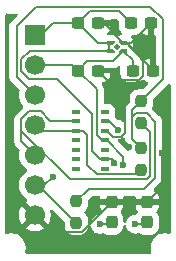
<source format=gbr>
%TF.GenerationSoftware,KiCad,Pcbnew,9.0.6*%
%TF.CreationDate,2026-02-16T11:15:55-08:00*%
%TF.ProjectId,sensor_ppg,73656e73-6f72-45f7-9070-672e6b696361,rev?*%
%TF.SameCoordinates,Original*%
%TF.FileFunction,Copper,L1,Top*%
%TF.FilePolarity,Positive*%
%FSLAX46Y46*%
G04 Gerber Fmt 4.6, Leading zero omitted, Abs format (unit mm)*
G04 Created by KiCad (PCBNEW 9.0.6) date 2026-02-16 11:15:55*
%MOMM*%
%LPD*%
G01*
G04 APERTURE LIST*
G04 Aperture macros list*
%AMRoundRect*
0 Rectangle with rounded corners*
0 $1 Rounding radius*
0 $2 $3 $4 $5 $6 $7 $8 $9 X,Y pos of 4 corners*
0 Add a 4 corners polygon primitive as box body*
4,1,4,$2,$3,$4,$5,$6,$7,$8,$9,$2,$3,0*
0 Add four circle primitives for the rounded corners*
1,1,$1+$1,$2,$3*
1,1,$1+$1,$4,$5*
1,1,$1+$1,$6,$7*
1,1,$1+$1,$8,$9*
0 Add four rect primitives between the rounded corners*
20,1,$1+$1,$2,$3,$4,$5,0*
20,1,$1+$1,$4,$5,$6,$7,0*
20,1,$1+$1,$6,$7,$8,$9,0*
20,1,$1+$1,$8,$9,$2,$3,0*%
%AMFreePoly0*
4,1,14,0.308336,0.143236,0.309800,0.139700,0.309800,-0.012700,0.308336,-0.016236,0.181336,-0.143236,0.177800,-0.144700,-0.304800,-0.144700,-0.308336,-0.143236,-0.309800,-0.139700,-0.309800,0.139700,-0.308336,0.143236,-0.304800,0.144700,0.304800,0.144700,0.308336,0.143236,0.308336,0.143236,$1*%
%AMFreePoly1*
4,1,14,0.181336,0.143236,0.308336,0.016236,0.309800,0.012700,0.309800,-0.139700,0.308336,-0.143236,0.304800,-0.144700,-0.304800,-0.144700,-0.308336,-0.143236,-0.309800,-0.139700,-0.309800,0.139700,-0.308336,0.143236,-0.304800,0.144700,0.177800,0.144700,0.181336,0.143236,0.181336,0.143236,$1*%
%AMFreePoly2*
4,1,14,0.308336,0.143236,0.309800,0.139700,0.309800,-0.139700,0.308336,-0.143236,0.304800,-0.144700,-0.304800,-0.144700,-0.308336,-0.143236,-0.309800,-0.139700,-0.309800,0.012700,-0.308336,0.016236,-0.181336,0.143236,-0.177800,0.144700,0.304800,0.144700,0.308336,0.143236,0.308336,0.143236,$1*%
%AMFreePoly3*
4,1,14,0.308336,0.143236,0.309800,0.139700,0.309800,-0.139700,0.308336,-0.143236,0.304800,-0.144700,-0.177800,-0.144700,-0.181336,-0.143236,-0.308336,-0.016236,-0.309800,-0.012700,-0.309800,0.139700,-0.308336,0.143236,-0.304800,0.144700,0.304800,0.144700,0.308336,0.143236,0.308336,0.143236,$1*%
%AMFreePoly4*
4,1,13,0.003536,0.282936,0.282936,0.003536,0.284400,0.000000,0.282936,-0.003536,0.003536,-0.282936,0.000000,-0.284400,-0.003536,-0.282936,-0.282936,-0.003536,-0.284400,0.000000,-0.282936,0.003536,-0.003536,0.282936,0.000000,0.284400,0.003536,0.282936,0.003536,0.282936,$1*%
G04 Aperture macros list end*
%TA.AperFunction,SMDPad,CuDef*%
%ADD10RoundRect,0.237500X0.237500X-0.250000X0.237500X0.250000X-0.237500X0.250000X-0.237500X-0.250000X0*%
%TD*%
%TA.AperFunction,SMDPad,CuDef*%
%ADD11RoundRect,0.237500X-0.300000X-0.237500X0.300000X-0.237500X0.300000X0.237500X-0.300000X0.237500X0*%
%TD*%
%TA.AperFunction,ComponentPad*%
%ADD12R,1.700000X1.700000*%
%TD*%
%TA.AperFunction,ComponentPad*%
%ADD13C,1.700000*%
%TD*%
%TA.AperFunction,SMDPad,CuDef*%
%ADD14RoundRect,0.237500X0.237500X-0.300000X0.237500X0.300000X-0.237500X0.300000X-0.237500X-0.300000X0*%
%TD*%
%TA.AperFunction,SMDPad,CuDef*%
%ADD15R,0.750000X0.350000*%
%TD*%
%TA.AperFunction,SMDPad,CuDef*%
%ADD16FreePoly0,180.000000*%
%TD*%
%TA.AperFunction,SMDPad,CuDef*%
%ADD17FreePoly1,180.000000*%
%TD*%
%TA.AperFunction,SMDPad,CuDef*%
%ADD18FreePoly2,180.000000*%
%TD*%
%TA.AperFunction,SMDPad,CuDef*%
%ADD19FreePoly3,180.000000*%
%TD*%
%TA.AperFunction,SMDPad,CuDef*%
%ADD20FreePoly4,180.000000*%
%TD*%
%TA.AperFunction,ViaPad*%
%ADD21C,0.600000*%
%TD*%
%TA.AperFunction,Conductor*%
%ADD22C,0.200000*%
%TD*%
G04 APERTURE END LIST*
D10*
%TO.P,R2,1*%
%TO.N,/SDA*%
X133000000Y-92912500D03*
%TO.P,R2,2*%
%TO.N,/VDDIO*%
X133000000Y-91087500D03*
%TD*%
%TO.P,R1,1*%
%TO.N,/SCL*%
X133000000Y-88912500D03*
%TO.P,R1,2*%
%TO.N,/VDDIO*%
X133000000Y-87087500D03*
%TD*%
D11*
%TO.P,C1,1*%
%TO.N,+3.3V*%
X127637500Y-80500000D03*
%TO.P,C1,2*%
%TO.N,GND*%
X129362500Y-80500000D03*
%TD*%
D12*
%TO.P,J1,1,Pin_1*%
%TO.N,+3.3V*%
X124000000Y-81500000D03*
D13*
%TO.P,J1,2,Pin_2*%
%TO.N,+1V8*%
X124000000Y-84040000D03*
%TO.P,J1,3,Pin_3*%
%TO.N,/VDDIO*%
X124000000Y-86580000D03*
%TO.P,J1,4,Pin_4*%
%TO.N,/SDA*%
X124000000Y-89120000D03*
%TO.P,J1,5,Pin_5*%
%TO.N,/SCL*%
X124000000Y-91660000D03*
%TO.P,J1,6,Pin_6*%
%TO.N,/INT*%
X124000000Y-94200000D03*
%TO.P,J1,7,Pin_7*%
%TO.N,GND*%
X124000000Y-96740000D03*
%TD*%
D10*
%TO.P,R3,1*%
%TO.N,/INT*%
X127500000Y-97412500D03*
%TO.P,R3,2*%
%TO.N,/VDDIO*%
X127500000Y-95587500D03*
%TD*%
D14*
%TO.P,C6,1*%
%TO.N,+1V8*%
X133500000Y-97362500D03*
%TO.P,C6,2*%
%TO.N,GND*%
X133500000Y-95637500D03*
%TD*%
D11*
%TO.P,C2,1*%
%TO.N,+3.3V*%
X132137500Y-80500000D03*
%TO.P,C2,2*%
%TO.N,GND*%
X133862500Y-80500000D03*
%TD*%
%TO.P,C3,1*%
%TO.N,+1V8*%
X127637500Y-84500000D03*
%TO.P,C3,2*%
%TO.N,GND*%
X129362500Y-84500000D03*
%TD*%
D15*
%TO.P,U1,1*%
%TO.N,N/C*%
X127500000Y-88000000D03*
%TO.P,U1,2,SCL*%
%TO.N,/SCL*%
X127500000Y-88800000D03*
%TO.P,U1,3,SDA*%
%TO.N,/SDA*%
X127500000Y-89600000D03*
%TO.P,U1,4,PGND*%
%TO.N,unconnected-(U1-PGND-Pad4)*%
X127500000Y-90400000D03*
%TO.P,U1,5*%
%TO.N,N/C*%
X127500000Y-91200000D03*
%TO.P,U1,6*%
X127500000Y-92000000D03*
%TO.P,U1,7*%
X127500000Y-92800000D03*
%TO.P,U1,8*%
X129900000Y-92800000D03*
%TO.P,U1,9,VLED+*%
%TO.N,+3.3V*%
X129900000Y-92000000D03*
%TO.P,U1,10,VLED+__1*%
%TO.N,unconnected-(U1-VLED+__1-Pad10)*%
X129900000Y-91200000D03*
%TO.P,U1,11,VDD*%
%TO.N,+1V8*%
X129900000Y-90400000D03*
%TO.P,U1,12,GND*%
%TO.N,GND*%
X129900000Y-89600000D03*
%TO.P,U1,13,~{INT}*%
%TO.N,/INT*%
X129900000Y-88800000D03*
%TO.P,U1,14*%
%TO.N,N/C*%
X129900000Y-88000000D03*
%TD*%
D16*
%TO.P,U2,1,VOUT*%
%TO.N,+1V8*%
X131500000Y-82812500D03*
D17*
%TO.P,U2,2,GND*%
%TO.N,GND*%
X131500000Y-82187500D03*
D18*
%TO.P,U2,3,EN*%
%TO.N,+3.3V*%
X130458600Y-82187500D03*
D19*
%TO.P,U2,4,VIN*%
X130458600Y-82812500D03*
D20*
%TO.P,U2,EP,EXP*%
%TO.N,unconnected-(U2-EXP-PadEP)*%
X130979300Y-82500000D03*
%TD*%
D14*
%TO.P,C5,1*%
%TO.N,+3.3V*%
X130500000Y-97362500D03*
%TO.P,C5,2*%
%TO.N,GND*%
X130500000Y-95637500D03*
%TD*%
D11*
%TO.P,C4,1*%
%TO.N,+1V8*%
X132275000Y-84500000D03*
%TO.P,C4,2*%
%TO.N,GND*%
X134000000Y-84500000D03*
%TD*%
D21*
%TO.N,/INT*%
X125500000Y-93500000D03*
X131000000Y-89500000D03*
%TO.N,+3.3V*%
X129508332Y-97508332D03*
X130711061Y-92367416D03*
%TO.N,+1V8*%
X132500000Y-97500000D03*
X131500000Y-92500000D03*
%TO.N,GND*%
X134777000Y-91500000D03*
X132000000Y-91000000D03*
%TD*%
D22*
%TO.N,/SCL*%
X122849000Y-88643240D02*
X122849000Y-89596760D01*
X133776000Y-89688500D02*
X133000000Y-88912500D01*
X125307760Y-88800000D02*
X124476760Y-87969000D01*
X133776000Y-93392134D02*
X133776000Y-89688500D01*
X123523240Y-87969000D02*
X122849000Y-88643240D01*
X122849000Y-89596760D02*
X126953240Y-93701000D01*
X127500000Y-88800000D02*
X125307760Y-88800000D01*
X124000000Y-91660000D02*
X122849000Y-90509000D01*
X124476760Y-87969000D02*
X123523240Y-87969000D01*
X122849000Y-90509000D02*
X122849000Y-88643240D01*
X133467134Y-93701000D02*
X133776000Y-93392134D01*
X126953240Y-93701000D02*
X133467134Y-93701000D01*
%TO.N,/SDA*%
X128422000Y-89922000D02*
X128422000Y-92474000D01*
X124000000Y-89120000D02*
X124480000Y-89600000D01*
X124480000Y-89600000D02*
X127500000Y-89600000D01*
X128100000Y-89600000D02*
X128422000Y-89922000D01*
X128422000Y-92474000D02*
X129224000Y-93276000D01*
X127500000Y-89600000D02*
X128100000Y-89600000D01*
X129224000Y-93276000D02*
X132636500Y-93276000D01*
X132636500Y-93276000D02*
X133000000Y-92912500D01*
%TO.N,/INT*%
X131000000Y-89500000D02*
X130300000Y-88800000D01*
X124287500Y-94200000D02*
X127500000Y-97412500D01*
X124000000Y-94200000D02*
X124287500Y-94200000D01*
X124000000Y-94200000D02*
X124800000Y-94200000D01*
X124800000Y-94200000D02*
X125500000Y-93500000D01*
X130300000Y-88800000D02*
X129900000Y-88800000D01*
%TO.N,/VDDIO*%
X122448000Y-80750000D02*
X124099000Y-79099000D01*
X133000000Y-91087500D02*
X132224000Y-90311500D01*
X132532866Y-88124000D02*
X133467134Y-88124000D01*
X124099000Y-79099000D02*
X133767134Y-79099000D01*
X134838500Y-80170366D02*
X134838500Y-85249000D01*
X124000000Y-86580000D02*
X122448000Y-85028000D01*
X134177000Y-93558234D02*
X133235234Y-94500000D01*
X132224000Y-87863500D02*
X132224000Y-90311500D01*
X132224000Y-88432866D02*
X132532866Y-88124000D01*
X122448000Y-85028000D02*
X122448000Y-80750000D01*
X128587500Y-94500000D02*
X127500000Y-95587500D01*
X133467134Y-88124000D02*
X134177000Y-88833866D01*
X134838500Y-85249000D02*
X133000000Y-87087500D01*
X133235234Y-94500000D02*
X128587500Y-94500000D01*
X133767134Y-79099000D02*
X134838500Y-80170366D01*
X133000000Y-87087500D02*
X132224000Y-87863500D01*
X134177000Y-88833866D02*
X134177000Y-93558234D01*
X132224000Y-90311500D02*
X132224000Y-88432866D01*
%TO.N,+3.3V*%
X128823000Y-91275000D02*
X129548000Y-92000000D01*
X123599740Y-82812500D02*
X122849000Y-83563240D01*
X130458600Y-82812500D02*
X123599740Y-82812500D01*
X130303900Y-82342200D02*
X130458600Y-82187500D01*
X130458600Y-82812500D02*
X130303900Y-82657800D01*
X124500000Y-81500000D02*
X125500000Y-80500000D01*
X129900000Y-92000000D02*
X130500000Y-92000000D01*
X129508332Y-97508332D02*
X130354168Y-97508332D01*
X122849000Y-84516760D02*
X123523240Y-85191000D01*
X124000000Y-81500000D02*
X124500000Y-81500000D01*
X128637500Y-79500000D02*
X127637500Y-80500000D01*
X130354168Y-97508332D02*
X130500000Y-97362500D01*
X130500000Y-92000000D02*
X130899000Y-92399000D01*
X131137500Y-79500000D02*
X128637500Y-79500000D01*
X125843000Y-85191000D02*
X128823000Y-88171000D01*
X132137500Y-80500000D02*
X131137500Y-79500000D01*
X130899000Y-92500000D02*
X130843645Y-92500000D01*
X127637500Y-80500000D02*
X129325000Y-82187500D01*
X128823000Y-88171000D02*
X128823000Y-91275000D01*
X130843645Y-92500000D02*
X130711061Y-92367416D01*
X130899000Y-92399000D02*
X130899000Y-92500000D01*
X129325000Y-82187500D02*
X130458600Y-82187500D01*
X130303900Y-82657800D02*
X130303900Y-82342200D01*
X122849000Y-83563240D02*
X122849000Y-84516760D01*
X125500000Y-80500000D02*
X127637500Y-80500000D01*
X129548000Y-92000000D02*
X129900000Y-92000000D01*
X123523240Y-85191000D02*
X125843000Y-85191000D01*
%TO.N,+1V8*%
X127637500Y-84500000D02*
X129224000Y-86086500D01*
X128413500Y-83724000D02*
X130588500Y-83724000D01*
X127177500Y-84040000D02*
X127637500Y-84500000D01*
X127637500Y-84500000D02*
X128413500Y-83724000D01*
X129224000Y-86086500D02*
X129224000Y-89924000D01*
X132275000Y-84500000D02*
X132275000Y-83587500D01*
X130588500Y-83724000D02*
X131500000Y-82812500D01*
X132500000Y-97500000D02*
X133362500Y-97500000D01*
X129700000Y-90400000D02*
X129900000Y-90400000D01*
X131500000Y-91800000D02*
X131500000Y-92500000D01*
X132275000Y-83587500D02*
X131500000Y-82812500D01*
X124000000Y-84040000D02*
X127177500Y-84040000D01*
X129224000Y-89924000D02*
X129700000Y-90400000D01*
X133362500Y-97500000D02*
X133500000Y-97362500D01*
X129900000Y-90400000D02*
X130100000Y-90400000D01*
X130100000Y-90400000D02*
X131500000Y-91800000D01*
%TO.N,GND*%
X131765854Y-82187500D02*
X133113500Y-83535146D01*
X132804634Y-85276000D02*
X130138500Y-85276000D01*
X133862500Y-80500000D02*
X132175000Y-82187500D01*
X134777000Y-94360500D02*
X134777000Y-91500000D01*
X132175000Y-82187500D02*
X132000000Y-82187500D01*
X133113500Y-83535146D02*
X133113500Y-84967134D01*
X132000000Y-82187500D02*
X131500000Y-82187500D01*
X132000000Y-91000000D02*
X132000000Y-90852057D01*
X131601000Y-89748943D02*
X131601000Y-86479634D01*
X132000000Y-82421646D02*
X132000000Y-82187500D01*
X124000000Y-96740000D02*
X125461000Y-98201000D01*
X134000000Y-84500000D02*
X134000000Y-84421646D01*
X129812500Y-80500000D02*
X131500000Y-82187500D01*
X125461000Y-98201000D02*
X127967134Y-98201000D01*
X130601000Y-90101000D02*
X131248943Y-90101000D01*
X131601000Y-86479634D02*
X132804634Y-85276000D01*
X133113500Y-84967134D02*
X132804634Y-85276000D01*
X130500000Y-95668134D02*
X130500000Y-95637500D01*
X134000000Y-84421646D02*
X132000000Y-82421646D01*
X127967134Y-98201000D02*
X130500000Y-95668134D01*
X132000000Y-90852057D02*
X131248943Y-90101000D01*
X129900000Y-89600000D02*
X130100000Y-89600000D01*
X133500000Y-95637500D02*
X130500000Y-95637500D01*
X130100000Y-89600000D02*
X130601000Y-90101000D01*
X131500000Y-82187500D02*
X131765854Y-82187500D01*
X130138500Y-85276000D02*
X129362500Y-84500000D01*
X131248943Y-90101000D02*
X131601000Y-89748943D01*
X129362500Y-80500000D02*
X129812500Y-80500000D01*
X133500000Y-95637500D02*
X134777000Y-94360500D01*
%TD*%
%TA.AperFunction,Conductor*%
%TO.N,GND*%
G36*
X122496148Y-79684761D02*
G01*
X122526977Y-79747462D01*
X122519013Y-79816876D01*
X122492474Y-79856289D01*
X122079286Y-80269478D01*
X121967481Y-80381282D01*
X121967479Y-80381285D01*
X121917361Y-80468094D01*
X121917359Y-80468096D01*
X121888425Y-80518209D01*
X121888424Y-80518210D01*
X121888423Y-80518215D01*
X121847499Y-80670943D01*
X121847499Y-80670945D01*
X121847499Y-80839046D01*
X121847500Y-80839059D01*
X121847500Y-84941330D01*
X121847499Y-84941348D01*
X121847499Y-85107054D01*
X121847498Y-85107054D01*
X121888422Y-85259781D01*
X121888425Y-85259789D01*
X121894356Y-85270061D01*
X121967477Y-85396712D01*
X121967481Y-85396717D01*
X122086349Y-85515585D01*
X122086355Y-85515590D01*
X122666241Y-86095476D01*
X122699726Y-86156799D01*
X122696492Y-86221473D01*
X122682753Y-86263757D01*
X122664873Y-86376650D01*
X122649500Y-86473713D01*
X122649500Y-86686287D01*
X122682754Y-86896243D01*
X122698804Y-86945641D01*
X122748444Y-87098414D01*
X122844951Y-87287820D01*
X122969890Y-87459786D01*
X122988873Y-87478769D01*
X123022358Y-87540092D01*
X123017374Y-87609784D01*
X122988873Y-87654131D01*
X122368481Y-88274522D01*
X122368479Y-88274525D01*
X122325781Y-88348482D01*
X122325780Y-88348483D01*
X122289423Y-88411454D01*
X122289423Y-88411455D01*
X122248499Y-88564183D01*
X122248499Y-88564185D01*
X122248499Y-88732286D01*
X122248500Y-88732299D01*
X122248500Y-89517699D01*
X122248499Y-89517703D01*
X122248499Y-89675817D01*
X122248500Y-89675820D01*
X122248500Y-90422330D01*
X122248499Y-90422348D01*
X122248499Y-90588054D01*
X122248498Y-90588054D01*
X122289424Y-90740789D01*
X122289425Y-90740790D01*
X122305548Y-90768715D01*
X122305549Y-90768716D01*
X122368477Y-90877712D01*
X122368481Y-90877717D01*
X122487349Y-90996585D01*
X122487355Y-90996590D01*
X122666241Y-91175476D01*
X122699726Y-91236799D01*
X122696492Y-91301473D01*
X122682753Y-91343757D01*
X122649500Y-91553713D01*
X122649500Y-91766286D01*
X122667361Y-91879060D01*
X122682754Y-91976243D01*
X122729730Y-92120821D01*
X122748444Y-92178414D01*
X122844951Y-92367820D01*
X122969890Y-92539786D01*
X123120213Y-92690109D01*
X123292182Y-92815050D01*
X123300946Y-92819516D01*
X123351742Y-92867491D01*
X123368536Y-92935312D01*
X123345998Y-93001447D01*
X123300946Y-93040484D01*
X123292182Y-93044949D01*
X123120213Y-93169890D01*
X122969890Y-93320213D01*
X122844951Y-93492179D01*
X122748444Y-93681585D01*
X122682753Y-93883760D01*
X122649500Y-94093713D01*
X122649500Y-94306286D01*
X122682043Y-94511759D01*
X122682754Y-94516243D01*
X122741405Y-94696752D01*
X122748444Y-94718414D01*
X122844951Y-94907820D01*
X122969890Y-95079786D01*
X123120213Y-95230109D01*
X123292179Y-95355048D01*
X123292181Y-95355049D01*
X123292184Y-95355051D01*
X123301493Y-95359794D01*
X123352290Y-95407766D01*
X123369087Y-95475587D01*
X123346552Y-95541722D01*
X123301505Y-95580760D01*
X123292446Y-95585376D01*
X123292440Y-95585380D01*
X123238282Y-95624727D01*
X123238282Y-95624728D01*
X123870591Y-96257037D01*
X123807007Y-96274075D01*
X123692993Y-96339901D01*
X123599901Y-96432993D01*
X123534075Y-96547007D01*
X123517037Y-96610591D01*
X122884728Y-95978282D01*
X122884727Y-95978282D01*
X122845380Y-96032439D01*
X122748904Y-96221782D01*
X122683242Y-96423869D01*
X122683242Y-96423872D01*
X122650000Y-96633753D01*
X122650000Y-96846246D01*
X122683242Y-97056127D01*
X122683242Y-97056130D01*
X122748904Y-97258217D01*
X122845375Y-97447550D01*
X122884728Y-97501716D01*
X123517037Y-96869408D01*
X123534075Y-96932993D01*
X123599901Y-97047007D01*
X123692993Y-97140099D01*
X123807007Y-97205925D01*
X123870590Y-97222962D01*
X123238282Y-97855269D01*
X123238282Y-97855270D01*
X123292449Y-97894624D01*
X123481782Y-97991095D01*
X123683870Y-98056757D01*
X123893754Y-98090000D01*
X124106246Y-98090000D01*
X124316127Y-98056757D01*
X124316130Y-98056757D01*
X124518217Y-97991095D01*
X124707554Y-97894622D01*
X124761716Y-97855270D01*
X124761717Y-97855270D01*
X124129408Y-97222962D01*
X124192993Y-97205925D01*
X124307007Y-97140099D01*
X124400099Y-97047007D01*
X124465925Y-96932993D01*
X124482962Y-96869408D01*
X125115270Y-97501717D01*
X125115270Y-97501716D01*
X125154622Y-97447554D01*
X125251095Y-97258217D01*
X125316757Y-97056130D01*
X125316757Y-97056127D01*
X125350000Y-96846246D01*
X125350000Y-96633753D01*
X125316758Y-96423873D01*
X125310131Y-96403478D01*
X125308135Y-96333637D01*
X125344215Y-96273804D01*
X125406916Y-96242975D01*
X125476330Y-96250939D01*
X125515743Y-96277478D01*
X126488181Y-97249916D01*
X126521666Y-97311239D01*
X126524500Y-97337597D01*
X126524500Y-97711669D01*
X126524501Y-97711687D01*
X126534825Y-97812752D01*
X126571109Y-97922249D01*
X126589092Y-97976516D01*
X126679660Y-98123350D01*
X126801650Y-98245340D01*
X126948484Y-98335908D01*
X127112247Y-98390174D01*
X127213323Y-98400500D01*
X127786676Y-98400499D01*
X127786684Y-98400498D01*
X127786687Y-98400498D01*
X127842030Y-98394844D01*
X127887753Y-98390174D01*
X128051516Y-98335908D01*
X128198350Y-98245340D01*
X128320340Y-98123350D01*
X128410908Y-97976516D01*
X128465174Y-97812753D01*
X128475500Y-97711677D01*
X128475499Y-97678154D01*
X128495182Y-97611118D01*
X128547984Y-97565362D01*
X128617143Y-97555417D01*
X128680699Y-97584440D01*
X128718475Y-97643217D01*
X128721116Y-97653962D01*
X128738594Y-97741824D01*
X128738596Y-97741833D01*
X128798934Y-97887504D01*
X128798941Y-97887517D01*
X128886542Y-98018620D01*
X128886545Y-98018624D01*
X128998039Y-98130118D01*
X128998043Y-98130121D01*
X129129146Y-98217722D01*
X129129159Y-98217729D01*
X129254722Y-98269738D01*
X129274835Y-98278069D01*
X129413840Y-98305719D01*
X129429485Y-98308831D01*
X129429488Y-98308832D01*
X129429490Y-98308832D01*
X129587176Y-98308832D01*
X129587177Y-98308831D01*
X129741829Y-98278069D01*
X129750774Y-98274363D01*
X129820240Y-98266891D01*
X129863327Y-98283382D01*
X129948484Y-98335908D01*
X130112247Y-98390174D01*
X130213323Y-98400500D01*
X130786676Y-98400499D01*
X130786684Y-98400498D01*
X130786687Y-98400498D01*
X130842030Y-98394844D01*
X130887753Y-98390174D01*
X131051516Y-98335908D01*
X131198350Y-98245340D01*
X131320340Y-98123350D01*
X131410908Y-97976516D01*
X131465174Y-97812753D01*
X131475500Y-97711677D01*
X131475499Y-97711664D01*
X131475660Y-97708529D01*
X131475820Y-97708537D01*
X131475821Y-97708536D01*
X131475844Y-97708538D01*
X131476432Y-97708568D01*
X131495162Y-97644705D01*
X131547951Y-97598933D01*
X131617107Y-97588967D01*
X131680672Y-97617972D01*
X131718465Y-97676738D01*
X131721116Y-97687517D01*
X131730262Y-97733494D01*
X131730264Y-97733501D01*
X131790602Y-97879172D01*
X131790609Y-97879185D01*
X131878210Y-98010288D01*
X131878213Y-98010292D01*
X131989707Y-98121786D01*
X131989711Y-98121789D01*
X132120814Y-98209390D01*
X132120827Y-98209397D01*
X132219085Y-98250096D01*
X132266503Y-98269737D01*
X132362902Y-98288912D01*
X132421153Y-98300499D01*
X132421156Y-98300500D01*
X132421158Y-98300500D01*
X132578844Y-98300500D01*
X132578845Y-98300499D01*
X132733497Y-98269737D01*
X132739344Y-98267314D01*
X132808812Y-98259842D01*
X132851897Y-98276333D01*
X132948484Y-98335908D01*
X133112247Y-98390174D01*
X133213323Y-98400500D01*
X133786676Y-98400499D01*
X133786684Y-98400498D01*
X133786687Y-98400498D01*
X133842030Y-98394844D01*
X133887753Y-98390174D01*
X134051516Y-98335908D01*
X134198350Y-98245340D01*
X134320340Y-98123350D01*
X134410908Y-97976516D01*
X134465174Y-97812753D01*
X134475500Y-97711677D01*
X134475499Y-97013324D01*
X134465174Y-96912247D01*
X134410908Y-96748484D01*
X134320340Y-96601650D01*
X134306017Y-96587327D01*
X134272532Y-96526004D01*
X134277516Y-96456312D01*
X134306021Y-96411960D01*
X134319947Y-96398035D01*
X134410448Y-96251311D01*
X134410453Y-96251300D01*
X134464680Y-96087652D01*
X134474999Y-95986654D01*
X134475000Y-95986641D01*
X134475000Y-95887500D01*
X132525001Y-95887500D01*
X132525001Y-95986654D01*
X132535319Y-96087652D01*
X132589546Y-96251300D01*
X132589551Y-96251311D01*
X132680052Y-96398034D01*
X132680055Y-96398038D01*
X132693982Y-96411965D01*
X132727467Y-96473288D01*
X132722483Y-96542980D01*
X132705933Y-96573466D01*
X132700467Y-96580842D01*
X132679660Y-96601650D01*
X132652868Y-96645085D01*
X132649731Y-96649320D01*
X132625900Y-96667343D01*
X132603690Y-96687321D01*
X132597681Y-96688686D01*
X132594005Y-96691467D01*
X132581105Y-96692453D01*
X132550099Y-96699500D01*
X132421155Y-96699500D01*
X132266510Y-96730261D01*
X132266498Y-96730264D01*
X132120827Y-96790602D01*
X132120814Y-96790609D01*
X131989711Y-96878210D01*
X131989707Y-96878213D01*
X131878213Y-96989707D01*
X131878210Y-96989711D01*
X131790609Y-97120814D01*
X131790602Y-97120827D01*
X131730264Y-97266498D01*
X131730261Y-97266507D01*
X131721116Y-97312484D01*
X131688730Y-97374394D01*
X131628014Y-97408968D01*
X131558245Y-97405227D01*
X131501573Y-97364360D01*
X131475992Y-97299342D01*
X131475499Y-97288291D01*
X131475499Y-97013330D01*
X131475498Y-97013312D01*
X131465174Y-96912247D01*
X131453896Y-96878213D01*
X131410908Y-96748484D01*
X131320340Y-96601650D01*
X131306017Y-96587327D01*
X131272532Y-96526004D01*
X131277516Y-96456312D01*
X131306021Y-96411960D01*
X131319947Y-96398035D01*
X131410448Y-96251311D01*
X131410453Y-96251300D01*
X131464680Y-96087652D01*
X131474999Y-95986654D01*
X131475000Y-95986641D01*
X131475000Y-95887500D01*
X129525001Y-95887500D01*
X129525001Y-95986654D01*
X129535319Y-96087652D01*
X129589546Y-96251300D01*
X129589551Y-96251311D01*
X129680052Y-96398034D01*
X129680055Y-96398038D01*
X129693982Y-96411965D01*
X129727467Y-96473288D01*
X129722483Y-96542980D01*
X129706519Y-96572669D01*
X129700820Y-96580489D01*
X129679660Y-96601650D01*
X129647990Y-96652993D01*
X129645177Y-96656855D01*
X129621118Y-96675354D01*
X129598549Y-96695654D01*
X129593111Y-96696889D01*
X129589788Y-96699445D01*
X129577177Y-96700510D01*
X129544959Y-96707832D01*
X129429487Y-96707832D01*
X129274842Y-96738593D01*
X129274830Y-96738596D01*
X129129159Y-96798934D01*
X129129146Y-96798941D01*
X128998043Y-96886542D01*
X128998039Y-96886545D01*
X128886545Y-96998039D01*
X128886542Y-96998043D01*
X128798941Y-97129146D01*
X128798934Y-97129159D01*
X128738596Y-97274830D01*
X128738593Y-97274840D01*
X128721116Y-97362703D01*
X128688731Y-97424614D01*
X128628015Y-97459188D01*
X128558245Y-97455447D01*
X128501574Y-97414581D01*
X128475992Y-97349562D01*
X128475499Y-97338511D01*
X128475499Y-97113330D01*
X128475498Y-97113312D01*
X128465174Y-97012247D01*
X128457705Y-96989707D01*
X128410908Y-96848484D01*
X128320340Y-96701650D01*
X128206371Y-96587681D01*
X128172886Y-96526358D01*
X128177870Y-96456666D01*
X128206371Y-96412319D01*
X128229598Y-96389092D01*
X128320340Y-96298350D01*
X128410908Y-96151516D01*
X128465174Y-95987753D01*
X128475500Y-95886677D01*
X128475499Y-95512595D01*
X128495183Y-95445557D01*
X128511809Y-95424924D01*
X128799917Y-95136816D01*
X128861239Y-95103334D01*
X128887597Y-95100500D01*
X129406878Y-95100500D01*
X129473917Y-95120185D01*
X129519672Y-95172989D01*
X129530236Y-95237103D01*
X129525000Y-95288345D01*
X129525000Y-95387500D01*
X131474999Y-95387500D01*
X131474999Y-95288360D01*
X131474998Y-95288347D01*
X131469763Y-95237103D01*
X131482532Y-95168410D01*
X131530412Y-95117525D01*
X131593121Y-95100500D01*
X132406878Y-95100500D01*
X132473917Y-95120185D01*
X132519672Y-95172989D01*
X132530236Y-95237103D01*
X132525000Y-95288345D01*
X132525000Y-95387500D01*
X134474999Y-95387500D01*
X134474999Y-95288360D01*
X134474998Y-95288345D01*
X134464680Y-95187347D01*
X134410453Y-95023699D01*
X134410448Y-95023688D01*
X134319947Y-94876965D01*
X134319944Y-94876961D01*
X134198037Y-94755054D01*
X134103516Y-94696752D01*
X134056792Y-94644804D01*
X134045571Y-94575841D01*
X134073415Y-94511759D01*
X134080911Y-94503556D01*
X134535506Y-94048962D01*
X134535511Y-94048958D01*
X134545714Y-94038754D01*
X134545716Y-94038754D01*
X134657520Y-93926950D01*
X134726121Y-93808129D01*
X134726122Y-93808128D01*
X134730364Y-93800779D01*
X134736577Y-93790019D01*
X134777500Y-93637292D01*
X134777500Y-93479177D01*
X134777500Y-88754809D01*
X134769379Y-88724500D01*
X134736577Y-88602081D01*
X134688898Y-88519499D01*
X134657520Y-88465150D01*
X134545716Y-88353346D01*
X134541385Y-88349015D01*
X134541374Y-88349005D01*
X133954717Y-87762348D01*
X133948302Y-87755932D01*
X133940888Y-87742352D01*
X133940886Y-87742349D01*
X133930838Y-87723944D01*
X133914824Y-87694616D01*
X133914824Y-87694611D01*
X133914822Y-87694607D01*
X133914831Y-87694474D01*
X133918283Y-87629257D01*
X133965174Y-87487753D01*
X133975500Y-87386677D01*
X133975499Y-87012596D01*
X133995183Y-86945558D01*
X134011813Y-86924921D01*
X135287821Y-85648914D01*
X135349142Y-85615431D01*
X135418834Y-85620415D01*
X135474767Y-85662287D01*
X135499184Y-85727751D01*
X135499500Y-85736597D01*
X135499500Y-98221873D01*
X135479815Y-98288912D01*
X135427011Y-98334667D01*
X135357853Y-98344611D01*
X135337183Y-98339804D01*
X135282782Y-98322128D01*
X135282780Y-98322127D01*
X135282778Y-98322127D01*
X135095046Y-98292393D01*
X135095041Y-98292393D01*
X134904959Y-98292393D01*
X134904954Y-98292393D01*
X134717221Y-98322127D01*
X134536437Y-98380868D01*
X134367075Y-98467162D01*
X134279339Y-98530906D01*
X134213297Y-98578889D01*
X134213295Y-98578891D01*
X134213294Y-98578891D01*
X134078891Y-98713294D01*
X134078891Y-98713295D01*
X134078889Y-98713297D01*
X134030906Y-98779339D01*
X133967162Y-98867075D01*
X133880868Y-99036437D01*
X133822127Y-99217221D01*
X133792393Y-99404953D01*
X133792393Y-99595046D01*
X133822127Y-99782778D01*
X133822127Y-99782779D01*
X133839804Y-99837182D01*
X133841799Y-99907023D01*
X133805719Y-99966856D01*
X133743018Y-99997684D01*
X133721873Y-99999500D01*
X123278127Y-99999500D01*
X123211088Y-99979815D01*
X123165333Y-99927011D01*
X123155389Y-99857853D01*
X123160196Y-99837182D01*
X123165854Y-99819769D01*
X123177872Y-99782782D01*
X123195452Y-99671787D01*
X123207607Y-99595046D01*
X123207607Y-99404953D01*
X123177872Y-99217221D01*
X123177872Y-99217218D01*
X123119133Y-99036440D01*
X123032838Y-98867076D01*
X122921111Y-98713297D01*
X122786703Y-98578889D01*
X122632924Y-98467162D01*
X122463560Y-98380867D01*
X122282782Y-98322128D01*
X122282780Y-98322127D01*
X122282778Y-98322127D01*
X122095046Y-98292393D01*
X122095041Y-98292393D01*
X121904959Y-98292393D01*
X121904954Y-98292393D01*
X121717221Y-98322127D01*
X121717220Y-98322127D01*
X121680439Y-98334078D01*
X121662817Y-98339804D01*
X121592977Y-98341799D01*
X121533144Y-98305719D01*
X121502316Y-98243018D01*
X121500500Y-98221873D01*
X121500500Y-79778126D01*
X121520185Y-79711087D01*
X121572989Y-79665332D01*
X121642147Y-79655388D01*
X121662811Y-79660193D01*
X121717218Y-79677872D01*
X121787620Y-79689022D01*
X121904954Y-79707607D01*
X121904959Y-79707607D01*
X122095046Y-79707607D01*
X122282776Y-79677873D01*
X122282776Y-79677872D01*
X122282782Y-79677872D01*
X122366479Y-79650676D01*
X122436315Y-79648681D01*
X122496148Y-79684761D01*
G37*
%TD.AperFunction*%
%TA.AperFunction,Conductor*%
G36*
X131564665Y-90172636D02*
G01*
X131611355Y-90224614D01*
X131623499Y-90278132D01*
X131623499Y-90390554D01*
X131623498Y-90390554D01*
X131654150Y-90504949D01*
X131664423Y-90543285D01*
X131686316Y-90581204D01*
X131710373Y-90622872D01*
X131743479Y-90680214D01*
X131743481Y-90680217D01*
X131862349Y-90799085D01*
X131862355Y-90799090D01*
X131988181Y-90924916D01*
X132021666Y-90986239D01*
X132024500Y-91012597D01*
X132024500Y-91175903D01*
X132004815Y-91242942D01*
X131952011Y-91288697D01*
X131882853Y-91298641D01*
X131819297Y-91269616D01*
X131812819Y-91263584D01*
X131051786Y-90502551D01*
X131018301Y-90441228D01*
X131023285Y-90371536D01*
X131065157Y-90315603D01*
X131115276Y-90293253D01*
X131168001Y-90282765D01*
X131233497Y-90269737D01*
X131379179Y-90209394D01*
X131379184Y-90209390D01*
X131379187Y-90209389D01*
X131430607Y-90175031D01*
X131497284Y-90154152D01*
X131564665Y-90172636D01*
G37*
%TD.AperFunction*%
%TA.AperFunction,Conductor*%
G36*
X131129401Y-84105990D02*
G01*
X131156333Y-84107916D01*
X131163098Y-84112980D01*
X131171376Y-84114698D01*
X131190653Y-84133607D01*
X131212267Y-84149787D01*
X131215220Y-84157705D01*
X131221255Y-84163625D01*
X131227248Y-84189954D01*
X131236684Y-84215251D01*
X131237000Y-84224098D01*
X131237000Y-84786669D01*
X131237001Y-84786687D01*
X131247325Y-84887752D01*
X131267601Y-84948939D01*
X131301592Y-85051516D01*
X131392160Y-85198350D01*
X131514150Y-85320340D01*
X131660984Y-85410908D01*
X131824747Y-85465174D01*
X131925823Y-85475500D01*
X132624176Y-85475499D01*
X132624184Y-85475498D01*
X132624187Y-85475498D01*
X132679530Y-85469844D01*
X132725253Y-85465174D01*
X132889016Y-85410908D01*
X133035850Y-85320340D01*
X133050171Y-85306018D01*
X133111489Y-85272533D01*
X133181181Y-85277514D01*
X133225534Y-85306017D01*
X133239461Y-85319944D01*
X133239465Y-85319947D01*
X133386188Y-85410448D01*
X133386199Y-85410453D01*
X133527067Y-85457132D01*
X133584512Y-85496904D01*
X133611335Y-85561420D01*
X133599020Y-85630196D01*
X133575744Y-85662519D01*
X133175082Y-86063181D01*
X133113759Y-86096666D01*
X133087401Y-86099500D01*
X132713330Y-86099500D01*
X132713312Y-86099501D01*
X132612247Y-86109825D01*
X132448484Y-86164092D01*
X132448481Y-86164093D01*
X132301648Y-86254661D01*
X132179661Y-86376648D01*
X132089093Y-86523481D01*
X132089092Y-86523484D01*
X132034826Y-86687247D01*
X132034826Y-86687248D01*
X132034825Y-86687248D01*
X132024500Y-86788315D01*
X132024500Y-87162401D01*
X132015854Y-87191844D01*
X132009332Y-87221827D01*
X132005577Y-87226842D01*
X132004815Y-87229440D01*
X131988185Y-87250077D01*
X131855286Y-87382978D01*
X131855285Y-87382978D01*
X131855284Y-87382979D01*
X131743479Y-87494784D01*
X131727123Y-87523116D01*
X131716191Y-87542051D01*
X131664423Y-87631715D01*
X131623499Y-87784443D01*
X131623499Y-87784445D01*
X131623499Y-87952546D01*
X131623500Y-87952559D01*
X131623500Y-88353805D01*
X131623499Y-88353809D01*
X131623499Y-88511923D01*
X131623500Y-88511926D01*
X131623500Y-88721867D01*
X131603815Y-88788906D01*
X131551011Y-88834661D01*
X131481853Y-88844605D01*
X131430610Y-88824970D01*
X131379183Y-88790608D01*
X131379172Y-88790602D01*
X131233501Y-88730264D01*
X131233491Y-88730261D01*
X131078149Y-88699361D01*
X131016238Y-88666976D01*
X131014660Y-88665425D01*
X130788122Y-88438887D01*
X130754637Y-88377564D01*
X130759621Y-88307872D01*
X130759622Y-88307871D01*
X130769089Y-88282488D01*
X130769088Y-88282488D01*
X130769091Y-88282483D01*
X130775500Y-88222873D01*
X130775499Y-87777128D01*
X130769091Y-87717517D01*
X130760549Y-87694616D01*
X130718797Y-87582671D01*
X130718793Y-87582664D01*
X130632547Y-87467455D01*
X130632544Y-87467452D01*
X130517335Y-87381206D01*
X130517328Y-87381202D01*
X130382482Y-87330908D01*
X130382483Y-87330908D01*
X130322883Y-87324501D01*
X130322881Y-87324500D01*
X130322873Y-87324500D01*
X130322865Y-87324500D01*
X129948500Y-87324500D01*
X129881461Y-87304815D01*
X129835706Y-87252011D01*
X129824500Y-87200500D01*
X129824500Y-86175559D01*
X129824501Y-86175546D01*
X129824501Y-86007445D01*
X129824501Y-86007443D01*
X129783577Y-85854715D01*
X129753639Y-85802861D01*
X129704520Y-85717784D01*
X129662106Y-85675370D01*
X129656111Y-85666956D01*
X129647921Y-85643313D01*
X129635933Y-85621359D01*
X129636683Y-85610871D01*
X129633241Y-85600935D01*
X129639132Y-85576621D01*
X129640917Y-85551667D01*
X129647219Y-85543248D01*
X129649695Y-85533031D01*
X129667795Y-85515762D01*
X129682789Y-85495734D01*
X129692945Y-85491769D01*
X129700249Y-85484801D01*
X129721106Y-85480775D01*
X129744498Y-85471643D01*
X129812651Y-85464680D01*
X129976300Y-85410453D01*
X129976311Y-85410448D01*
X130123034Y-85319947D01*
X130123038Y-85319944D01*
X130244944Y-85198038D01*
X130244947Y-85198034D01*
X130335448Y-85051311D01*
X130335453Y-85051300D01*
X130389680Y-84887652D01*
X130399999Y-84786654D01*
X130400000Y-84786641D01*
X130400000Y-84750000D01*
X129486500Y-84750000D01*
X129477814Y-84747449D01*
X129468853Y-84748738D01*
X129444812Y-84737759D01*
X129419461Y-84730315D01*
X129413533Y-84723474D01*
X129405297Y-84719713D01*
X129391007Y-84697478D01*
X129373706Y-84677511D01*
X129371418Y-84666996D01*
X129367523Y-84660935D01*
X129362500Y-84626000D01*
X129362500Y-84448500D01*
X129382185Y-84381461D01*
X129434989Y-84335706D01*
X129486500Y-84324500D01*
X130501831Y-84324500D01*
X130501847Y-84324501D01*
X130509443Y-84324501D01*
X130667554Y-84324501D01*
X130667557Y-84324501D01*
X130820285Y-84283577D01*
X130870404Y-84254639D01*
X130957216Y-84204520D01*
X131031168Y-84130567D01*
X131037737Y-84125551D01*
X131062942Y-84115872D01*
X131086641Y-84102932D01*
X131095072Y-84103534D01*
X131102963Y-84100505D01*
X131129401Y-84105990D01*
G37*
%TD.AperFunction*%
%TA.AperFunction,Conductor*%
G36*
X134055539Y-80519685D02*
G01*
X134101294Y-80572489D01*
X134112500Y-80624000D01*
X134112500Y-81474999D01*
X134114000Y-81474999D01*
X134181039Y-81494684D01*
X134226794Y-81547488D01*
X134238000Y-81598999D01*
X134238000Y-84376000D01*
X134235449Y-84384685D01*
X134236738Y-84393647D01*
X134225759Y-84417687D01*
X134218315Y-84443039D01*
X134211474Y-84448966D01*
X134207713Y-84457203D01*
X134185478Y-84471492D01*
X134165511Y-84488794D01*
X134154996Y-84491081D01*
X134148935Y-84494977D01*
X134114000Y-84500000D01*
X133874000Y-84500000D01*
X133806961Y-84480315D01*
X133761206Y-84427511D01*
X133750000Y-84376000D01*
X133750000Y-83524999D01*
X133650860Y-83525000D01*
X133650844Y-83525001D01*
X133549847Y-83535319D01*
X133386199Y-83589546D01*
X133386188Y-83589551D01*
X133239465Y-83680052D01*
X133225532Y-83693985D01*
X133164208Y-83727468D01*
X133094516Y-83722482D01*
X133067787Y-83708608D01*
X133058302Y-83702112D01*
X133035850Y-83679660D01*
X132931883Y-83615533D01*
X132929435Y-83613856D01*
X132909139Y-83588998D01*
X132887680Y-83565140D01*
X132886916Y-83561781D01*
X132885246Y-83559735D01*
X132884032Y-83549091D01*
X132876624Y-83516493D01*
X132876562Y-83516502D01*
X132876473Y-83515826D01*
X132875501Y-83511549D01*
X132875501Y-83508444D01*
X132857027Y-83439499D01*
X132834577Y-83355716D01*
X132834573Y-83355709D01*
X132755524Y-83218790D01*
X132755518Y-83218782D01*
X132356619Y-82819883D01*
X132345367Y-82799276D01*
X132330388Y-82781193D01*
X132327297Y-82766185D01*
X132323134Y-82758560D01*
X132321200Y-82747116D01*
X132320300Y-82739687D01*
X132320300Y-82672800D01*
X132317403Y-82618759D01*
X132295029Y-82531102D01*
X132294064Y-82523137D01*
X132298537Y-82496278D01*
X132299270Y-82475731D01*
X132297890Y-82475392D01*
X132299343Y-82469476D01*
X132319799Y-82327198D01*
X132319800Y-82327197D01*
X132319800Y-82047797D01*
X132316906Y-81993811D01*
X132281357Y-81854540D01*
X132278428Y-81847469D01*
X132226693Y-81752723D01*
X132162706Y-81683994D01*
X132131432Y-81621514D01*
X132138901Y-81552045D01*
X132182743Y-81497642D01*
X132249038Y-81475578D01*
X132253443Y-81475499D01*
X132486676Y-81475499D01*
X132486684Y-81475498D01*
X132486687Y-81475498D01*
X132542030Y-81469844D01*
X132587753Y-81465174D01*
X132751516Y-81410908D01*
X132898350Y-81320340D01*
X132912671Y-81306018D01*
X132973989Y-81272533D01*
X133043681Y-81277514D01*
X133088034Y-81306017D01*
X133101961Y-81319944D01*
X133101965Y-81319947D01*
X133248688Y-81410448D01*
X133248699Y-81410453D01*
X133412347Y-81464680D01*
X133513351Y-81474999D01*
X133612500Y-81474998D01*
X133612500Y-80624000D01*
X133632185Y-80556961D01*
X133684989Y-80511206D01*
X133736500Y-80500000D01*
X133988500Y-80500000D01*
X134055539Y-80519685D01*
G37*
%TD.AperFunction*%
%TA.AperFunction,Conductor*%
G36*
X130904442Y-80120185D02*
G01*
X130925084Y-80136819D01*
X131063181Y-80274916D01*
X131096666Y-80336239D01*
X131099500Y-80362597D01*
X131099500Y-80786669D01*
X131099501Y-80786687D01*
X131109825Y-80887752D01*
X131146109Y-80997249D01*
X131164092Y-81051516D01*
X131254659Y-81198349D01*
X131254661Y-81198351D01*
X131377429Y-81321119D01*
X131410914Y-81382442D01*
X131405930Y-81452134D01*
X131364058Y-81508067D01*
X131298594Y-81532484D01*
X131289748Y-81532800D01*
X131195198Y-81532800D01*
X131141209Y-81535694D01*
X131012985Y-81568423D01*
X130943160Y-81565930D01*
X130941064Y-81565211D01*
X130905817Y-81552776D01*
X130858344Y-81545950D01*
X130763400Y-81532300D01*
X130210045Y-81532300D01*
X130143006Y-81512615D01*
X130097251Y-81459811D01*
X130087307Y-81390653D01*
X130116332Y-81327097D01*
X130122364Y-81320619D01*
X130244944Y-81198038D01*
X130244947Y-81198034D01*
X130335448Y-81051311D01*
X130335453Y-81051300D01*
X130389680Y-80887652D01*
X130399999Y-80786654D01*
X130400000Y-80786641D01*
X130400000Y-80750000D01*
X129486500Y-80750000D01*
X129419461Y-80730315D01*
X129373706Y-80677511D01*
X129362500Y-80626000D01*
X129362500Y-80374000D01*
X129382185Y-80306961D01*
X129434989Y-80261206D01*
X129486500Y-80250000D01*
X130399999Y-80250000D01*
X130399999Y-80224500D01*
X130419684Y-80157461D01*
X130472488Y-80111706D01*
X130523999Y-80100500D01*
X130837403Y-80100500D01*
X130904442Y-80120185D01*
G37*
%TD.AperFunction*%
%TD*%
M02*

</source>
